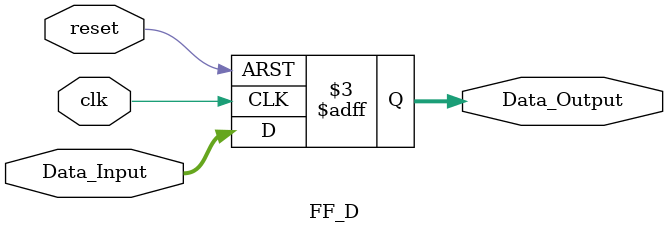
<source format=sv>
module FF_D
#(
	parameter WIDTH = 4
)
(
	input logic [WIDTH-1:0] Data_Input,
	input logic clk, reset,
	output logic [WIDTH-1:0] Data_Output
);

`ifdef pos_reset	
	always @(posedge clk or posedge reset)   
	begin
	if(reset)
	Data_Output = 0;
	else
	Data_Output <= Data_Input;
	end

`else
	always @(posedge clk or negedge reset)	   
	begin
	if(!reset)
	Data_Output = 0;
	else
	Data_Output  <= Data_Input;
	end
	
`endif
endmodule 
</source>
